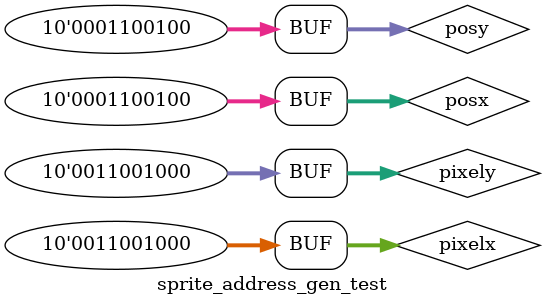
<source format=sv>
module sprite_address_gen_test();

	logic[9:0] pixelx, pixely, posx, posy;
	
	logic[11:0] address;
	
	logic in_bounds, x_done, y_done;

	
	sprite_address_gen DUT(pixelx, pixely, posx, posy, address, in_bounds, x_done, y_done);
	
	initial begin
	
		pixelx = 0;
		pixely = 0;
		posx = 100;
		posy = 100;
	

		#10; pixelx = 120; pixely = 120;
		
		#10; pixelx = 200; pixely = 200;
		 
		
	end

endmodule 
</source>
